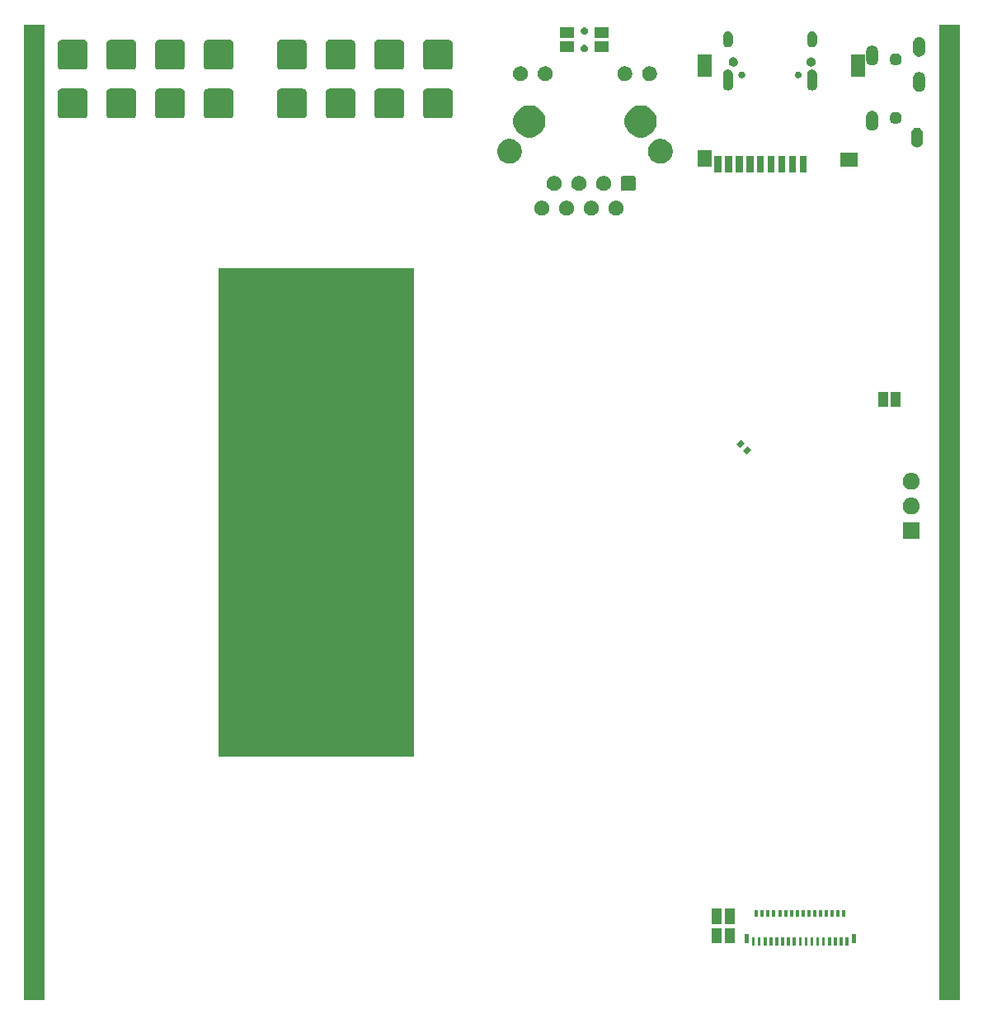
<source format=gbs>
G04 #@! TF.GenerationSoftware,KiCad,Pcbnew,5.1.5+dfsg1-2build2*
G04 #@! TF.CreationDate,2021-03-03T11:45:42+01:00*
G04 #@! TF.ProjectId,OtterCastAmp,4f747465-7243-4617-9374-416d702e6b69,rev?*
G04 #@! TF.SameCoordinates,Original*
G04 #@! TF.FileFunction,Soldermask,Bot*
G04 #@! TF.FilePolarity,Negative*
%FSLAX46Y46*%
G04 Gerber Fmt 4.6, Leading zero omitted, Abs format (unit mm)*
G04 Created by KiCad (PCBNEW 5.1.5+dfsg1-2build2) date 2021-03-03 11:45:42*
%MOMM*%
%LPD*%
G04 APERTURE LIST*
%ADD10C,0.100000*%
G04 APERTURE END LIST*
D10*
G36*
X102000000Y-150000000D02*
G01*
X100000000Y-150000000D01*
X100000000Y-50000000D01*
X102000000Y-50000000D01*
X102000000Y-150000000D01*
G37*
X102000000Y-150000000D02*
X100000000Y-150000000D01*
X100000000Y-50000000D01*
X102000000Y-50000000D01*
X102000000Y-150000000D01*
G36*
X196000000Y-150000000D02*
G01*
X194000000Y-150000000D01*
X194000000Y-50000000D01*
X196000000Y-50000000D01*
X196000000Y-150000000D01*
G37*
X196000000Y-150000000D02*
X194000000Y-150000000D01*
X194000000Y-50000000D01*
X196000000Y-50000000D01*
X196000000Y-150000000D01*
G36*
X140000000Y-125000000D02*
G01*
X120000000Y-125000000D01*
X120000000Y-75000000D01*
X140000000Y-75000000D01*
X140000000Y-125000000D01*
G37*
X140000000Y-125000000D02*
X120000000Y-125000000D01*
X120000000Y-75000000D01*
X140000000Y-75000000D01*
X140000000Y-125000000D01*
G36*
X175050000Y-144520000D02*
G01*
X174750000Y-144520000D01*
X174750000Y-143680000D01*
X175050000Y-143680000D01*
X175050000Y-144520000D01*
G37*
G36*
X180450000Y-144520000D02*
G01*
X180150000Y-144520000D01*
X180150000Y-143680000D01*
X180450000Y-143680000D01*
X180450000Y-144520000D01*
G37*
G36*
X184650000Y-144520000D02*
G01*
X184350000Y-144520000D01*
X184350000Y-143680000D01*
X184650000Y-143680000D01*
X184650000Y-144520000D01*
G37*
G36*
X183450000Y-144520000D02*
G01*
X183150000Y-144520000D01*
X183150000Y-143680000D01*
X183450000Y-143680000D01*
X183450000Y-144520000D01*
G37*
G36*
X182850000Y-144520000D02*
G01*
X182550000Y-144520000D01*
X182550000Y-143680000D01*
X182850000Y-143680000D01*
X182850000Y-144520000D01*
G37*
G36*
X182250000Y-144520000D02*
G01*
X181950000Y-144520000D01*
X181950000Y-143680000D01*
X182250000Y-143680000D01*
X182250000Y-144520000D01*
G37*
G36*
X181650000Y-144520000D02*
G01*
X181350000Y-144520000D01*
X181350000Y-143680000D01*
X181650000Y-143680000D01*
X181650000Y-144520000D01*
G37*
G36*
X181050000Y-144520000D02*
G01*
X180750000Y-144520000D01*
X180750000Y-143680000D01*
X181050000Y-143680000D01*
X181050000Y-144520000D01*
G37*
G36*
X184050000Y-144520000D02*
G01*
X183750000Y-144520000D01*
X183750000Y-143680000D01*
X184050000Y-143680000D01*
X184050000Y-144520000D01*
G37*
G36*
X179250000Y-144520000D02*
G01*
X178950000Y-144520000D01*
X178950000Y-143680000D01*
X179250000Y-143680000D01*
X179250000Y-144520000D01*
G37*
G36*
X178650000Y-144520000D02*
G01*
X178350000Y-144520000D01*
X178350000Y-143680000D01*
X178650000Y-143680000D01*
X178650000Y-144520000D01*
G37*
G36*
X178050000Y-144520000D02*
G01*
X177750000Y-144520000D01*
X177750000Y-143680000D01*
X178050000Y-143680000D01*
X178050000Y-144520000D01*
G37*
G36*
X177450000Y-144520000D02*
G01*
X177150000Y-144520000D01*
X177150000Y-143680000D01*
X177450000Y-143680000D01*
X177450000Y-144520000D01*
G37*
G36*
X176850000Y-144520000D02*
G01*
X176550000Y-144520000D01*
X176550000Y-143680000D01*
X176850000Y-143680000D01*
X176850000Y-144520000D01*
G37*
G36*
X176250000Y-144520000D02*
G01*
X175950000Y-144520000D01*
X175950000Y-143680000D01*
X176250000Y-143680000D01*
X176250000Y-144520000D01*
G37*
G36*
X175650000Y-144520000D02*
G01*
X175350000Y-144520000D01*
X175350000Y-143680000D01*
X175650000Y-143680000D01*
X175650000Y-144520000D01*
G37*
G36*
X179850000Y-144520000D02*
G01*
X179550000Y-144520000D01*
X179550000Y-143680000D01*
X179850000Y-143680000D01*
X179850000Y-144520000D01*
G37*
G36*
X172970000Y-144270000D02*
G01*
X171930000Y-144270000D01*
X171930000Y-142730000D01*
X172970000Y-142730000D01*
X172970000Y-144270000D01*
G37*
G36*
X171670000Y-144270000D02*
G01*
X170630000Y-144270000D01*
X170630000Y-142730000D01*
X171670000Y-142730000D01*
X171670000Y-144270000D01*
G37*
G36*
X174420000Y-144220000D02*
G01*
X173980000Y-144220000D01*
X173980000Y-143330000D01*
X174420000Y-143330000D01*
X174420000Y-144220000D01*
G37*
G36*
X185420000Y-144220000D02*
G01*
X184980000Y-144220000D01*
X184980000Y-143330000D01*
X185420000Y-143330000D01*
X185420000Y-144220000D01*
G37*
G36*
X172970000Y-142270000D02*
G01*
X171930000Y-142270000D01*
X171930000Y-140730000D01*
X172970000Y-140730000D01*
X172970000Y-142270000D01*
G37*
G36*
X171670000Y-142270000D02*
G01*
X170630000Y-142270000D01*
X170630000Y-140730000D01*
X171670000Y-140730000D01*
X171670000Y-142270000D01*
G37*
G36*
X183170000Y-141570000D02*
G01*
X182830000Y-141570000D01*
X182830000Y-140880000D01*
X183170000Y-140880000D01*
X183170000Y-141570000D01*
G37*
G36*
X178970000Y-141570000D02*
G01*
X178630000Y-141570000D01*
X178630000Y-140880000D01*
X178970000Y-140880000D01*
X178970000Y-141570000D01*
G37*
G36*
X177770000Y-141570000D02*
G01*
X177430000Y-141570000D01*
X177430000Y-140880000D01*
X177770000Y-140880000D01*
X177770000Y-141570000D01*
G37*
G36*
X177170000Y-141570000D02*
G01*
X176830000Y-141570000D01*
X176830000Y-140880000D01*
X177170000Y-140880000D01*
X177170000Y-141570000D01*
G37*
G36*
X175970000Y-141570000D02*
G01*
X175630000Y-141570000D01*
X175630000Y-140880000D01*
X175970000Y-140880000D01*
X175970000Y-141570000D01*
G37*
G36*
X176570000Y-141570000D02*
G01*
X176230000Y-141570000D01*
X176230000Y-140880000D01*
X176570000Y-140880000D01*
X176570000Y-141570000D01*
G37*
G36*
X175370000Y-141570000D02*
G01*
X175030000Y-141570000D01*
X175030000Y-140880000D01*
X175370000Y-140880000D01*
X175370000Y-141570000D01*
G37*
G36*
X178370000Y-141570000D02*
G01*
X178030000Y-141570000D01*
X178030000Y-140880000D01*
X178370000Y-140880000D01*
X178370000Y-141570000D01*
G37*
G36*
X183770000Y-141570000D02*
G01*
X183430000Y-141570000D01*
X183430000Y-140880000D01*
X183770000Y-140880000D01*
X183770000Y-141570000D01*
G37*
G36*
X184370000Y-141570000D02*
G01*
X184030000Y-141570000D01*
X184030000Y-140880000D01*
X184370000Y-140880000D01*
X184370000Y-141570000D01*
G37*
G36*
X179570000Y-141570000D02*
G01*
X179230000Y-141570000D01*
X179230000Y-140880000D01*
X179570000Y-140880000D01*
X179570000Y-141570000D01*
G37*
G36*
X180170000Y-141570000D02*
G01*
X179830000Y-141570000D01*
X179830000Y-140880000D01*
X180170000Y-140880000D01*
X180170000Y-141570000D01*
G37*
G36*
X180770000Y-141570000D02*
G01*
X180430000Y-141570000D01*
X180430000Y-140880000D01*
X180770000Y-140880000D01*
X180770000Y-141570000D01*
G37*
G36*
X181970000Y-141570000D02*
G01*
X181630000Y-141570000D01*
X181630000Y-140880000D01*
X181970000Y-140880000D01*
X181970000Y-141570000D01*
G37*
G36*
X182570000Y-141570000D02*
G01*
X182230000Y-141570000D01*
X182230000Y-140880000D01*
X182570000Y-140880000D01*
X182570000Y-141570000D01*
G37*
G36*
X181370000Y-141570000D02*
G01*
X181030000Y-141570000D01*
X181030000Y-140880000D01*
X181370000Y-140880000D01*
X181370000Y-141570000D01*
G37*
G36*
X130939239Y-116903743D02*
G01*
X131525242Y-117146473D01*
X132052630Y-117498863D01*
X132501137Y-117947370D01*
X132853527Y-118474758D01*
X133096257Y-119060761D01*
X133220000Y-119682858D01*
X133220000Y-120317142D01*
X133096257Y-120939239D01*
X132853527Y-121525242D01*
X132501137Y-122052630D01*
X132052630Y-122501137D01*
X131525242Y-122853527D01*
X130939239Y-123096257D01*
X130317142Y-123220000D01*
X129682858Y-123220000D01*
X129060761Y-123096257D01*
X128474758Y-122853527D01*
X127947370Y-122501137D01*
X127498863Y-122052630D01*
X127146473Y-121525242D01*
X126903743Y-120939239D01*
X126780000Y-120317142D01*
X126780000Y-119682858D01*
X126903743Y-119060761D01*
X127146473Y-118474758D01*
X127498863Y-117947370D01*
X127947370Y-117498863D01*
X128474758Y-117146473D01*
X129060761Y-116903743D01*
X129682858Y-116780000D01*
X130317142Y-116780000D01*
X130939239Y-116903743D01*
G37*
G36*
X191970000Y-102800000D02*
G01*
X190230000Y-102800000D01*
X190230000Y-101060000D01*
X191970000Y-101060000D01*
X191970000Y-102800000D01*
G37*
G36*
X191353770Y-98553433D02*
G01*
X191432935Y-98586224D01*
X191512099Y-98619015D01*
X191654594Y-98714228D01*
X191775772Y-98835406D01*
X191870985Y-98977901D01*
X191903775Y-99057065D01*
X191936567Y-99136230D01*
X191970000Y-99304312D01*
X191970000Y-99475688D01*
X191936567Y-99643770D01*
X191903776Y-99722935D01*
X191870985Y-99802099D01*
X191775772Y-99944594D01*
X191654594Y-100065772D01*
X191512099Y-100160985D01*
X191432935Y-100193775D01*
X191353770Y-100226567D01*
X191185688Y-100260000D01*
X191014312Y-100260000D01*
X190846230Y-100226567D01*
X190767065Y-100193775D01*
X190687901Y-100160985D01*
X190545406Y-100065772D01*
X190424228Y-99944594D01*
X190329015Y-99802099D01*
X190296224Y-99722935D01*
X190263433Y-99643770D01*
X190230000Y-99475688D01*
X190230000Y-99304312D01*
X190263433Y-99136230D01*
X190296225Y-99057065D01*
X190329015Y-98977901D01*
X190424228Y-98835406D01*
X190545406Y-98714228D01*
X190687901Y-98619015D01*
X190767065Y-98586225D01*
X190846230Y-98553433D01*
X191014312Y-98520000D01*
X191185688Y-98520000D01*
X191353770Y-98553433D01*
G37*
G36*
X191353770Y-96013433D02*
G01*
X191432935Y-96046224D01*
X191512099Y-96079015D01*
X191654594Y-96174228D01*
X191775772Y-96295406D01*
X191870985Y-96437901D01*
X191903776Y-96517065D01*
X191936567Y-96596230D01*
X191970000Y-96764312D01*
X191970000Y-96935688D01*
X191936567Y-97103770D01*
X191903775Y-97182935D01*
X191870985Y-97262099D01*
X191775772Y-97404594D01*
X191654594Y-97525772D01*
X191512099Y-97620985D01*
X191432935Y-97653776D01*
X191353770Y-97686567D01*
X191185688Y-97720000D01*
X191014312Y-97720000D01*
X190846230Y-97686567D01*
X190767065Y-97653775D01*
X190687901Y-97620985D01*
X190545406Y-97525772D01*
X190424228Y-97404594D01*
X190329015Y-97262099D01*
X190296225Y-97182935D01*
X190263433Y-97103770D01*
X190230000Y-96935688D01*
X190230000Y-96764312D01*
X190263433Y-96596230D01*
X190296224Y-96517065D01*
X190329015Y-96437901D01*
X190424228Y-96295406D01*
X190545406Y-96174228D01*
X190687901Y-96079015D01*
X190767065Y-96046224D01*
X190846230Y-96013433D01*
X191014312Y-95980000D01*
X191185688Y-95980000D01*
X191353770Y-96013433D01*
G37*
G36*
X174649533Y-93646985D02*
G01*
X174196985Y-94099533D01*
X173815147Y-93717695D01*
X174267695Y-93265147D01*
X174649533Y-93646985D01*
G37*
G36*
X173984853Y-92982305D02*
G01*
X173532305Y-93434853D01*
X173150467Y-93053015D01*
X173603015Y-92600467D01*
X173984853Y-92982305D01*
G37*
G36*
X190020000Y-89220000D02*
G01*
X188980000Y-89220000D01*
X188980000Y-87680000D01*
X190020000Y-87680000D01*
X190020000Y-89220000D01*
G37*
G36*
X188720000Y-89220000D02*
G01*
X187680000Y-89220000D01*
X187680000Y-87680000D01*
X188720000Y-87680000D01*
X188720000Y-89220000D01*
G37*
G36*
X130939239Y-76903743D02*
G01*
X131525242Y-77146473D01*
X132052630Y-77498863D01*
X132501137Y-77947370D01*
X132853527Y-78474758D01*
X133096257Y-79060761D01*
X133220000Y-79682858D01*
X133220000Y-80317142D01*
X133096257Y-80939239D01*
X132853527Y-81525242D01*
X132501137Y-82052630D01*
X132052630Y-82501137D01*
X131525242Y-82853527D01*
X130939239Y-83096257D01*
X130317142Y-83220000D01*
X129682858Y-83220000D01*
X129060761Y-83096257D01*
X128474758Y-82853527D01*
X127947370Y-82501137D01*
X127498863Y-82052630D01*
X127146473Y-81525242D01*
X126903743Y-80939239D01*
X126780000Y-80317142D01*
X126780000Y-79682858D01*
X126903743Y-79060761D01*
X127146473Y-78474758D01*
X127498863Y-77947370D01*
X127947370Y-77498863D01*
X128474758Y-77146473D01*
X129060761Y-76903743D01*
X129682858Y-76780000D01*
X130317142Y-76780000D01*
X130939239Y-76903743D01*
G37*
G36*
X158474601Y-68099590D02*
G01*
X158614731Y-68157634D01*
X158740848Y-68241903D01*
X158848097Y-68349152D01*
X158932366Y-68475269D01*
X158990410Y-68615399D01*
X159020000Y-68764162D01*
X159020000Y-68915838D01*
X158990410Y-69064601D01*
X158961387Y-69134667D01*
X158932366Y-69204731D01*
X158848097Y-69330848D01*
X158740848Y-69438097D01*
X158614731Y-69522366D01*
X158474601Y-69580410D01*
X158325838Y-69610000D01*
X158174162Y-69610000D01*
X158025399Y-69580410D01*
X157955333Y-69551387D01*
X157885269Y-69522366D01*
X157759152Y-69438097D01*
X157651903Y-69330848D01*
X157567634Y-69204731D01*
X157538613Y-69134667D01*
X157509590Y-69064601D01*
X157480000Y-68915838D01*
X157480000Y-68764162D01*
X157509590Y-68615399D01*
X157567634Y-68475269D01*
X157651903Y-68349152D01*
X157759152Y-68241903D01*
X157885269Y-68157634D01*
X158025399Y-68099590D01*
X158174162Y-68070000D01*
X158325838Y-68070000D01*
X158474601Y-68099590D01*
G37*
G36*
X153394601Y-68099590D02*
G01*
X153534731Y-68157634D01*
X153660848Y-68241903D01*
X153768097Y-68349152D01*
X153852366Y-68475269D01*
X153910410Y-68615399D01*
X153940000Y-68764162D01*
X153940000Y-68915838D01*
X153910410Y-69064601D01*
X153881387Y-69134667D01*
X153852366Y-69204731D01*
X153768097Y-69330848D01*
X153660848Y-69438097D01*
X153534731Y-69522366D01*
X153394601Y-69580410D01*
X153245838Y-69610000D01*
X153094162Y-69610000D01*
X152945399Y-69580410D01*
X152875333Y-69551387D01*
X152805269Y-69522366D01*
X152679152Y-69438097D01*
X152571903Y-69330848D01*
X152487634Y-69204731D01*
X152458613Y-69134667D01*
X152429590Y-69064601D01*
X152400000Y-68915838D01*
X152400000Y-68764162D01*
X152429590Y-68615399D01*
X152487634Y-68475269D01*
X152571903Y-68349152D01*
X152679152Y-68241903D01*
X152805269Y-68157634D01*
X152945399Y-68099590D01*
X153094162Y-68070000D01*
X153245838Y-68070000D01*
X153394601Y-68099590D01*
G37*
G36*
X155934601Y-68099590D02*
G01*
X156074731Y-68157634D01*
X156200848Y-68241903D01*
X156308097Y-68349152D01*
X156392366Y-68475269D01*
X156450410Y-68615399D01*
X156480000Y-68764162D01*
X156480000Y-68915838D01*
X156450410Y-69064601D01*
X156421387Y-69134667D01*
X156392366Y-69204731D01*
X156308097Y-69330848D01*
X156200848Y-69438097D01*
X156074731Y-69522366D01*
X155934601Y-69580410D01*
X155785838Y-69610000D01*
X155634162Y-69610000D01*
X155485399Y-69580410D01*
X155415333Y-69551387D01*
X155345269Y-69522366D01*
X155219152Y-69438097D01*
X155111903Y-69330848D01*
X155027634Y-69204731D01*
X154998613Y-69134667D01*
X154969590Y-69064601D01*
X154940000Y-68915838D01*
X154940000Y-68764162D01*
X154969590Y-68615399D01*
X155027634Y-68475269D01*
X155111903Y-68349152D01*
X155219152Y-68241903D01*
X155345269Y-68157634D01*
X155485399Y-68099590D01*
X155634162Y-68070000D01*
X155785838Y-68070000D01*
X155934601Y-68099590D01*
G37*
G36*
X161014601Y-68099590D02*
G01*
X161154731Y-68157634D01*
X161280848Y-68241903D01*
X161388097Y-68349152D01*
X161472366Y-68475269D01*
X161530410Y-68615399D01*
X161560000Y-68764162D01*
X161560000Y-68915838D01*
X161530410Y-69064601D01*
X161501387Y-69134667D01*
X161472366Y-69204731D01*
X161388097Y-69330848D01*
X161280848Y-69438097D01*
X161154731Y-69522366D01*
X161014601Y-69580410D01*
X160865838Y-69610000D01*
X160714162Y-69610000D01*
X160565399Y-69580410D01*
X160495333Y-69551387D01*
X160425269Y-69522366D01*
X160299152Y-69438097D01*
X160191903Y-69330848D01*
X160107634Y-69204731D01*
X160078613Y-69134667D01*
X160049590Y-69064601D01*
X160020000Y-68915838D01*
X160020000Y-68764162D01*
X160049590Y-68615399D01*
X160107634Y-68475269D01*
X160191903Y-68349152D01*
X160299152Y-68241903D01*
X160425269Y-68157634D01*
X160565399Y-68099590D01*
X160714162Y-68070000D01*
X160865838Y-68070000D01*
X161014601Y-68099590D01*
G37*
G36*
X162626371Y-65534741D02*
G01*
X162671472Y-65548422D01*
X162713037Y-65570639D01*
X162749465Y-65600535D01*
X162779361Y-65636963D01*
X162801578Y-65678528D01*
X162815259Y-65723629D01*
X162820000Y-65771762D01*
X162820000Y-66828238D01*
X162815259Y-66876371D01*
X162801578Y-66921472D01*
X162779361Y-66963037D01*
X162749465Y-66999465D01*
X162713037Y-67029361D01*
X162671472Y-67051578D01*
X162626371Y-67065259D01*
X162578238Y-67070000D01*
X161521762Y-67070000D01*
X161473629Y-67065259D01*
X161428528Y-67051578D01*
X161386963Y-67029361D01*
X161350535Y-66999465D01*
X161320639Y-66963037D01*
X161298422Y-66921472D01*
X161284741Y-66876371D01*
X161280000Y-66828238D01*
X161280000Y-65771762D01*
X161284741Y-65723629D01*
X161298422Y-65678528D01*
X161320639Y-65636963D01*
X161350535Y-65600535D01*
X161386963Y-65570639D01*
X161428528Y-65548422D01*
X161473629Y-65534741D01*
X161521762Y-65530000D01*
X162578238Y-65530000D01*
X162626371Y-65534741D01*
G37*
G36*
X154654601Y-65559590D02*
G01*
X154794731Y-65617634D01*
X154920848Y-65701903D01*
X155028097Y-65809152D01*
X155112366Y-65935269D01*
X155170410Y-66075399D01*
X155200000Y-66224162D01*
X155200000Y-66375838D01*
X155170410Y-66524601D01*
X155141387Y-66594667D01*
X155112366Y-66664731D01*
X155028097Y-66790848D01*
X154920848Y-66898097D01*
X154794731Y-66982366D01*
X154753450Y-66999465D01*
X154654601Y-67040410D01*
X154505838Y-67070000D01*
X154354162Y-67070000D01*
X154205399Y-67040410D01*
X154106550Y-66999465D01*
X154065269Y-66982366D01*
X153939152Y-66898097D01*
X153831903Y-66790848D01*
X153747634Y-66664731D01*
X153718613Y-66594667D01*
X153689590Y-66524601D01*
X153660000Y-66375838D01*
X153660000Y-66224162D01*
X153689590Y-66075399D01*
X153747634Y-65935269D01*
X153831903Y-65809152D01*
X153939152Y-65701903D01*
X154065269Y-65617634D01*
X154205399Y-65559590D01*
X154354162Y-65530000D01*
X154505838Y-65530000D01*
X154654601Y-65559590D01*
G37*
G36*
X157194601Y-65559590D02*
G01*
X157334731Y-65617634D01*
X157460848Y-65701903D01*
X157568097Y-65809152D01*
X157652366Y-65935269D01*
X157710410Y-66075399D01*
X157740000Y-66224162D01*
X157740000Y-66375838D01*
X157710410Y-66524601D01*
X157681387Y-66594667D01*
X157652366Y-66664731D01*
X157568097Y-66790848D01*
X157460848Y-66898097D01*
X157334731Y-66982366D01*
X157293450Y-66999465D01*
X157194601Y-67040410D01*
X157045838Y-67070000D01*
X156894162Y-67070000D01*
X156745399Y-67040410D01*
X156646550Y-66999465D01*
X156605269Y-66982366D01*
X156479152Y-66898097D01*
X156371903Y-66790848D01*
X156287634Y-66664731D01*
X156258613Y-66594667D01*
X156229590Y-66524601D01*
X156200000Y-66375838D01*
X156200000Y-66224162D01*
X156229590Y-66075399D01*
X156287634Y-65935269D01*
X156371903Y-65809152D01*
X156479152Y-65701903D01*
X156605269Y-65617634D01*
X156745399Y-65559590D01*
X156894162Y-65530000D01*
X157045838Y-65530000D01*
X157194601Y-65559590D01*
G37*
G36*
X159734601Y-65559590D02*
G01*
X159874731Y-65617634D01*
X160000848Y-65701903D01*
X160108097Y-65809152D01*
X160192366Y-65935269D01*
X160250410Y-66075399D01*
X160280000Y-66224162D01*
X160280000Y-66375838D01*
X160250410Y-66524601D01*
X160221387Y-66594667D01*
X160192366Y-66664731D01*
X160108097Y-66790848D01*
X160000848Y-66898097D01*
X159874731Y-66982366D01*
X159833450Y-66999465D01*
X159734601Y-67040410D01*
X159585838Y-67070000D01*
X159434162Y-67070000D01*
X159285399Y-67040410D01*
X159186550Y-66999465D01*
X159145269Y-66982366D01*
X159019152Y-66898097D01*
X158911903Y-66790848D01*
X158827634Y-66664731D01*
X158798613Y-66594667D01*
X158769590Y-66524601D01*
X158740000Y-66375838D01*
X158740000Y-66224162D01*
X158769590Y-66075399D01*
X158827634Y-65935269D01*
X158911903Y-65809152D01*
X159019152Y-65701903D01*
X159145269Y-65617634D01*
X159285399Y-65559590D01*
X159434162Y-65530000D01*
X159585838Y-65530000D01*
X159734601Y-65559590D01*
G37*
G36*
X173790000Y-65150000D02*
G01*
X173050000Y-65150000D01*
X173050000Y-63510000D01*
X173790000Y-63510000D01*
X173790000Y-65150000D01*
G37*
G36*
X174890000Y-65150000D02*
G01*
X174150000Y-65150000D01*
X174150000Y-63510000D01*
X174890000Y-63510000D01*
X174890000Y-65150000D01*
G37*
G36*
X179290000Y-65150000D02*
G01*
X178550000Y-65150000D01*
X178550000Y-63510000D01*
X179290000Y-63510000D01*
X179290000Y-65150000D01*
G37*
G36*
X178190000Y-65150000D02*
G01*
X177450000Y-65150000D01*
X177450000Y-63510000D01*
X178190000Y-63510000D01*
X178190000Y-65150000D01*
G37*
G36*
X171590000Y-65150000D02*
G01*
X170850000Y-65150000D01*
X170850000Y-63510000D01*
X171590000Y-63510000D01*
X171590000Y-65150000D01*
G37*
G36*
X177090000Y-65150000D02*
G01*
X176350000Y-65150000D01*
X176350000Y-63510000D01*
X177090000Y-63510000D01*
X177090000Y-65150000D01*
G37*
G36*
X175990000Y-65150000D02*
G01*
X175250000Y-65150000D01*
X175250000Y-63510000D01*
X175990000Y-63510000D01*
X175990000Y-65150000D01*
G37*
G36*
X180390000Y-65150000D02*
G01*
X179650000Y-65150000D01*
X179650000Y-63510000D01*
X180390000Y-63510000D01*
X180390000Y-65150000D01*
G37*
G36*
X172690000Y-65150000D02*
G01*
X171950000Y-65150000D01*
X171950000Y-63510000D01*
X172690000Y-63510000D01*
X172690000Y-65150000D01*
G37*
G36*
X170640000Y-64550000D02*
G01*
X169200000Y-64550000D01*
X169200000Y-62910000D01*
X170640000Y-62910000D01*
X170640000Y-64550000D01*
G37*
G36*
X185640000Y-64550000D02*
G01*
X183800000Y-64550000D01*
X183800000Y-63110000D01*
X185640000Y-63110000D01*
X185640000Y-64550000D01*
G37*
G36*
X165725445Y-61768805D02*
G01*
X165841008Y-61816673D01*
X165956570Y-61864540D01*
X165956571Y-61864541D01*
X166164578Y-62003527D01*
X166341473Y-62180422D01*
X166363518Y-62213415D01*
X166480460Y-62388430D01*
X166523776Y-62493004D01*
X166576195Y-62619555D01*
X166625000Y-62864916D01*
X166625000Y-63115084D01*
X166576195Y-63360445D01*
X166528327Y-63476008D01*
X166480460Y-63591570D01*
X166341472Y-63799579D01*
X166164579Y-63976472D01*
X165956570Y-64115460D01*
X165841008Y-64163327D01*
X165725445Y-64211195D01*
X165480084Y-64260000D01*
X165229916Y-64260000D01*
X164984555Y-64211195D01*
X164868992Y-64163327D01*
X164753430Y-64115460D01*
X164545421Y-63976472D01*
X164368528Y-63799579D01*
X164229540Y-63591570D01*
X164181673Y-63476008D01*
X164133805Y-63360445D01*
X164085000Y-63115084D01*
X164085000Y-62864916D01*
X164133805Y-62619555D01*
X164186224Y-62493004D01*
X164229540Y-62388430D01*
X164346482Y-62213415D01*
X164368527Y-62180422D01*
X164545422Y-62003527D01*
X164753429Y-61864541D01*
X164753430Y-61864540D01*
X164868992Y-61816673D01*
X164984555Y-61768805D01*
X165229916Y-61720000D01*
X165480084Y-61720000D01*
X165725445Y-61768805D01*
G37*
G36*
X150235445Y-61768805D02*
G01*
X150351008Y-61816673D01*
X150466570Y-61864540D01*
X150466571Y-61864541D01*
X150674578Y-62003527D01*
X150851473Y-62180422D01*
X150873518Y-62213415D01*
X150990460Y-62388430D01*
X151033776Y-62493004D01*
X151086195Y-62619555D01*
X151135000Y-62864916D01*
X151135000Y-63115084D01*
X151086195Y-63360445D01*
X151038327Y-63476008D01*
X150990460Y-63591570D01*
X150851472Y-63799579D01*
X150674579Y-63976472D01*
X150466570Y-64115460D01*
X150351008Y-64163327D01*
X150235445Y-64211195D01*
X149990084Y-64260000D01*
X149739916Y-64260000D01*
X149494555Y-64211195D01*
X149378992Y-64163327D01*
X149263430Y-64115460D01*
X149055421Y-63976472D01*
X148878528Y-63799579D01*
X148739540Y-63591570D01*
X148691673Y-63476008D01*
X148643805Y-63360445D01*
X148595000Y-63115084D01*
X148595000Y-62864916D01*
X148643805Y-62619555D01*
X148696224Y-62493004D01*
X148739540Y-62388430D01*
X148856482Y-62213415D01*
X148878527Y-62180422D01*
X149055422Y-62003527D01*
X149263429Y-61864541D01*
X149263430Y-61864540D01*
X149378992Y-61816673D01*
X149494555Y-61768805D01*
X149739916Y-61720000D01*
X149990084Y-61720000D01*
X150235445Y-61768805D01*
G37*
G36*
X191821541Y-60563972D02*
G01*
X191938415Y-60599425D01*
X192014854Y-60640283D01*
X192046120Y-60656995D01*
X192140527Y-60734473D01*
X192218005Y-60828880D01*
X192234717Y-60860146D01*
X192275575Y-60936585D01*
X192311028Y-61053459D01*
X192320000Y-61144553D01*
X192320000Y-62005447D01*
X192311028Y-62096541D01*
X192275575Y-62213415D01*
X192234717Y-62289854D01*
X192218005Y-62321120D01*
X192140527Y-62415527D01*
X192046119Y-62493005D01*
X192046117Y-62493006D01*
X191938414Y-62550575D01*
X191821540Y-62586028D01*
X191700000Y-62597999D01*
X191578459Y-62586028D01*
X191461585Y-62550575D01*
X191385146Y-62509717D01*
X191353880Y-62493005D01*
X191259473Y-62415527D01*
X191181995Y-62321119D01*
X191178703Y-62314959D01*
X191124425Y-62213414D01*
X191088972Y-62096540D01*
X191080000Y-62005446D01*
X191080000Y-61144553D01*
X191088972Y-61053455D01*
X191124424Y-60936590D01*
X191181996Y-60828880D01*
X191259474Y-60734473D01*
X191353881Y-60656995D01*
X191385147Y-60640283D01*
X191461586Y-60599425D01*
X191578460Y-60563972D01*
X191700000Y-60552001D01*
X191821541Y-60563972D01*
G37*
G36*
X152374829Y-58358217D02*
G01*
X152674199Y-58482220D01*
X152943626Y-58662245D01*
X153172755Y-58891374D01*
X153352780Y-59160801D01*
X153476783Y-59460171D01*
X153540000Y-59777982D01*
X153540000Y-60102018D01*
X153476783Y-60419829D01*
X153352780Y-60719199D01*
X153172755Y-60988626D01*
X152943626Y-61217755D01*
X152674199Y-61397780D01*
X152374829Y-61521783D01*
X152057018Y-61585000D01*
X151732982Y-61585000D01*
X151415171Y-61521783D01*
X151115801Y-61397780D01*
X150846374Y-61217755D01*
X150617245Y-60988626D01*
X150437220Y-60719199D01*
X150313217Y-60419829D01*
X150250000Y-60102018D01*
X150250000Y-59777982D01*
X150313217Y-59460171D01*
X150437220Y-59160801D01*
X150617245Y-58891374D01*
X150846374Y-58662245D01*
X151115801Y-58482220D01*
X151415171Y-58358217D01*
X151732982Y-58295000D01*
X152057018Y-58295000D01*
X152374829Y-58358217D01*
G37*
G36*
X163804829Y-58358217D02*
G01*
X164104199Y-58482220D01*
X164373626Y-58662245D01*
X164602755Y-58891374D01*
X164782780Y-59160801D01*
X164906783Y-59460171D01*
X164970000Y-59777982D01*
X164970000Y-60102018D01*
X164906783Y-60419829D01*
X164782780Y-60719199D01*
X164602755Y-60988626D01*
X164373626Y-61217755D01*
X164104199Y-61397780D01*
X163804829Y-61521783D01*
X163487018Y-61585000D01*
X163162982Y-61585000D01*
X162845171Y-61521783D01*
X162545801Y-61397780D01*
X162276374Y-61217755D01*
X162047245Y-60988626D01*
X161867220Y-60719199D01*
X161743217Y-60419829D01*
X161680000Y-60102018D01*
X161680000Y-59777982D01*
X161743217Y-59460171D01*
X161867220Y-59160801D01*
X162047245Y-58891374D01*
X162276374Y-58662245D01*
X162545801Y-58482220D01*
X162845171Y-58358217D01*
X163162982Y-58295000D01*
X163487018Y-58295000D01*
X163804829Y-58358217D01*
G37*
G36*
X187201541Y-58863972D02*
G01*
X187318415Y-58899425D01*
X187394854Y-58940283D01*
X187426120Y-58956995D01*
X187520527Y-59034473D01*
X187568900Y-59093415D01*
X187598004Y-59128879D01*
X187655575Y-59236585D01*
X187691028Y-59353459D01*
X187700000Y-59444553D01*
X187700000Y-60305447D01*
X187691028Y-60396541D01*
X187655575Y-60513415D01*
X187628551Y-60563972D01*
X187598005Y-60621120D01*
X187520527Y-60715527D01*
X187426119Y-60793005D01*
X187426117Y-60793006D01*
X187318414Y-60850575D01*
X187201540Y-60886028D01*
X187080000Y-60897999D01*
X186958459Y-60886028D01*
X186841585Y-60850575D01*
X186765146Y-60809717D01*
X186733880Y-60793005D01*
X186639473Y-60715527D01*
X186561995Y-60621119D01*
X186550399Y-60599424D01*
X186504425Y-60513414D01*
X186468972Y-60396540D01*
X186460000Y-60305446D01*
X186460000Y-59444553D01*
X186468972Y-59353455D01*
X186504424Y-59236590D01*
X186561997Y-59128879D01*
X186591102Y-59093415D01*
X186639474Y-59034473D01*
X186733881Y-58956995D01*
X186765147Y-58940283D01*
X186841586Y-58899425D01*
X186958460Y-58863972D01*
X187080000Y-58852001D01*
X187201541Y-58863972D01*
G37*
G36*
X189680847Y-58978826D02*
G01*
X189793680Y-59025563D01*
X189895227Y-59093414D01*
X189981586Y-59179773D01*
X190049437Y-59281320D01*
X190096174Y-59394153D01*
X190120000Y-59513935D01*
X190120000Y-59636065D01*
X190096174Y-59755847D01*
X190049437Y-59868680D01*
X189981586Y-59970227D01*
X189895227Y-60056586D01*
X189793680Y-60124437D01*
X189680847Y-60171174D01*
X189561065Y-60195000D01*
X189438935Y-60195000D01*
X189319153Y-60171174D01*
X189206320Y-60124437D01*
X189104773Y-60056586D01*
X189018414Y-59970227D01*
X188950563Y-59868680D01*
X188903826Y-59755847D01*
X188880000Y-59636065D01*
X188880000Y-59513935D01*
X188903826Y-59394153D01*
X188950563Y-59281320D01*
X189018414Y-59179773D01*
X189104773Y-59093414D01*
X189206320Y-59025563D01*
X189319153Y-58978826D01*
X189438935Y-58955000D01*
X189561065Y-58955000D01*
X189680847Y-58978826D01*
G37*
G36*
X111229202Y-56587061D02*
G01*
X111296950Y-56607611D01*
X111359381Y-56640982D01*
X111414106Y-56685894D01*
X111459018Y-56740619D01*
X111492389Y-56803050D01*
X111512939Y-56870798D01*
X111520000Y-56942482D01*
X111520000Y-59257518D01*
X111512939Y-59329202D01*
X111492389Y-59396950D01*
X111459018Y-59459381D01*
X111414106Y-59514106D01*
X111359381Y-59559018D01*
X111296950Y-59592389D01*
X111229202Y-59612939D01*
X111157518Y-59620000D01*
X108842482Y-59620000D01*
X108770798Y-59612939D01*
X108703050Y-59592389D01*
X108640619Y-59559018D01*
X108585894Y-59514106D01*
X108540982Y-59459381D01*
X108507611Y-59396950D01*
X108487061Y-59329202D01*
X108480000Y-59257518D01*
X108480000Y-56942482D01*
X108487061Y-56870798D01*
X108507611Y-56803050D01*
X108540982Y-56740619D01*
X108585894Y-56685894D01*
X108640619Y-56640982D01*
X108703050Y-56607611D01*
X108770798Y-56587061D01*
X108842482Y-56580000D01*
X111157518Y-56580000D01*
X111229202Y-56587061D01*
G37*
G36*
X143729202Y-56587061D02*
G01*
X143796950Y-56607611D01*
X143859381Y-56640982D01*
X143914106Y-56685894D01*
X143959018Y-56740619D01*
X143992389Y-56803050D01*
X144012939Y-56870798D01*
X144020000Y-56942482D01*
X144020000Y-59257518D01*
X144012939Y-59329202D01*
X143992389Y-59396950D01*
X143959018Y-59459381D01*
X143914106Y-59514106D01*
X143859381Y-59559018D01*
X143796950Y-59592389D01*
X143729202Y-59612939D01*
X143657518Y-59620000D01*
X141342482Y-59620000D01*
X141270798Y-59612939D01*
X141203050Y-59592389D01*
X141140619Y-59559018D01*
X141085894Y-59514106D01*
X141040982Y-59459381D01*
X141007611Y-59396950D01*
X140987061Y-59329202D01*
X140980000Y-59257518D01*
X140980000Y-56942482D01*
X140987061Y-56870798D01*
X141007611Y-56803050D01*
X141040982Y-56740619D01*
X141085894Y-56685894D01*
X141140619Y-56640982D01*
X141203050Y-56607611D01*
X141270798Y-56587061D01*
X141342482Y-56580000D01*
X143657518Y-56580000D01*
X143729202Y-56587061D01*
G37*
G36*
X138729202Y-56587061D02*
G01*
X138796950Y-56607611D01*
X138859381Y-56640982D01*
X138914106Y-56685894D01*
X138959018Y-56740619D01*
X138992389Y-56803050D01*
X139012939Y-56870798D01*
X139020000Y-56942482D01*
X139020000Y-59257518D01*
X139012939Y-59329202D01*
X138992389Y-59396950D01*
X138959018Y-59459381D01*
X138914106Y-59514106D01*
X138859381Y-59559018D01*
X138796950Y-59592389D01*
X138729202Y-59612939D01*
X138657518Y-59620000D01*
X136342482Y-59620000D01*
X136270798Y-59612939D01*
X136203050Y-59592389D01*
X136140619Y-59559018D01*
X136085894Y-59514106D01*
X136040982Y-59459381D01*
X136007611Y-59396950D01*
X135987061Y-59329202D01*
X135980000Y-59257518D01*
X135980000Y-56942482D01*
X135987061Y-56870798D01*
X136007611Y-56803050D01*
X136040982Y-56740619D01*
X136085894Y-56685894D01*
X136140619Y-56640982D01*
X136203050Y-56607611D01*
X136270798Y-56587061D01*
X136342482Y-56580000D01*
X138657518Y-56580000D01*
X138729202Y-56587061D01*
G37*
G36*
X133729202Y-56587061D02*
G01*
X133796950Y-56607611D01*
X133859381Y-56640982D01*
X133914106Y-56685894D01*
X133959018Y-56740619D01*
X133992389Y-56803050D01*
X134012939Y-56870798D01*
X134020000Y-56942482D01*
X134020000Y-59257518D01*
X134012939Y-59329202D01*
X133992389Y-59396950D01*
X133959018Y-59459381D01*
X133914106Y-59514106D01*
X133859381Y-59559018D01*
X133796950Y-59592389D01*
X133729202Y-59612939D01*
X133657518Y-59620000D01*
X131342482Y-59620000D01*
X131270798Y-59612939D01*
X131203050Y-59592389D01*
X131140619Y-59559018D01*
X131085894Y-59514106D01*
X131040982Y-59459381D01*
X131007611Y-59396950D01*
X130987061Y-59329202D01*
X130980000Y-59257518D01*
X130980000Y-56942482D01*
X130987061Y-56870798D01*
X131007611Y-56803050D01*
X131040982Y-56740619D01*
X131085894Y-56685894D01*
X131140619Y-56640982D01*
X131203050Y-56607611D01*
X131270798Y-56587061D01*
X131342482Y-56580000D01*
X133657518Y-56580000D01*
X133729202Y-56587061D01*
G37*
G36*
X128729202Y-56587061D02*
G01*
X128796950Y-56607611D01*
X128859381Y-56640982D01*
X128914106Y-56685894D01*
X128959018Y-56740619D01*
X128992389Y-56803050D01*
X129012939Y-56870798D01*
X129020000Y-56942482D01*
X129020000Y-59257518D01*
X129012939Y-59329202D01*
X128992389Y-59396950D01*
X128959018Y-59459381D01*
X128914106Y-59514106D01*
X128859381Y-59559018D01*
X128796950Y-59592389D01*
X128729202Y-59612939D01*
X128657518Y-59620000D01*
X126342482Y-59620000D01*
X126270798Y-59612939D01*
X126203050Y-59592389D01*
X126140619Y-59559018D01*
X126085894Y-59514106D01*
X126040982Y-59459381D01*
X126007611Y-59396950D01*
X125987061Y-59329202D01*
X125980000Y-59257518D01*
X125980000Y-56942482D01*
X125987061Y-56870798D01*
X126007611Y-56803050D01*
X126040982Y-56740619D01*
X126085894Y-56685894D01*
X126140619Y-56640982D01*
X126203050Y-56607611D01*
X126270798Y-56587061D01*
X126342482Y-56580000D01*
X128657518Y-56580000D01*
X128729202Y-56587061D01*
G37*
G36*
X121229202Y-56587061D02*
G01*
X121296950Y-56607611D01*
X121359381Y-56640982D01*
X121414106Y-56685894D01*
X121459018Y-56740619D01*
X121492389Y-56803050D01*
X121512939Y-56870798D01*
X121520000Y-56942482D01*
X121520000Y-59257518D01*
X121512939Y-59329202D01*
X121492389Y-59396950D01*
X121459018Y-59459381D01*
X121414106Y-59514106D01*
X121359381Y-59559018D01*
X121296950Y-59592389D01*
X121229202Y-59612939D01*
X121157518Y-59620000D01*
X118842482Y-59620000D01*
X118770798Y-59612939D01*
X118703050Y-59592389D01*
X118640619Y-59559018D01*
X118585894Y-59514106D01*
X118540982Y-59459381D01*
X118507611Y-59396950D01*
X118487061Y-59329202D01*
X118480000Y-59257518D01*
X118480000Y-56942482D01*
X118487061Y-56870798D01*
X118507611Y-56803050D01*
X118540982Y-56740619D01*
X118585894Y-56685894D01*
X118640619Y-56640982D01*
X118703050Y-56607611D01*
X118770798Y-56587061D01*
X118842482Y-56580000D01*
X121157518Y-56580000D01*
X121229202Y-56587061D01*
G37*
G36*
X116229202Y-56587061D02*
G01*
X116296950Y-56607611D01*
X116359381Y-56640982D01*
X116414106Y-56685894D01*
X116459018Y-56740619D01*
X116492389Y-56803050D01*
X116512939Y-56870798D01*
X116520000Y-56942482D01*
X116520000Y-59257518D01*
X116512939Y-59329202D01*
X116492389Y-59396950D01*
X116459018Y-59459381D01*
X116414106Y-59514106D01*
X116359381Y-59559018D01*
X116296950Y-59592389D01*
X116229202Y-59612939D01*
X116157518Y-59620000D01*
X113842482Y-59620000D01*
X113770798Y-59612939D01*
X113703050Y-59592389D01*
X113640619Y-59559018D01*
X113585894Y-59514106D01*
X113540982Y-59459381D01*
X113507611Y-59396950D01*
X113487061Y-59329202D01*
X113480000Y-59257518D01*
X113480000Y-56942482D01*
X113487061Y-56870798D01*
X113507611Y-56803050D01*
X113540982Y-56740619D01*
X113585894Y-56685894D01*
X113640619Y-56640982D01*
X113703050Y-56607611D01*
X113770798Y-56587061D01*
X113842482Y-56580000D01*
X116157518Y-56580000D01*
X116229202Y-56587061D01*
G37*
G36*
X106229202Y-56587061D02*
G01*
X106296950Y-56607611D01*
X106359381Y-56640982D01*
X106414106Y-56685894D01*
X106459018Y-56740619D01*
X106492389Y-56803050D01*
X106512939Y-56870798D01*
X106520000Y-56942482D01*
X106520000Y-59257518D01*
X106512939Y-59329202D01*
X106492389Y-59396950D01*
X106459018Y-59459381D01*
X106414106Y-59514106D01*
X106359381Y-59559018D01*
X106296950Y-59592389D01*
X106229202Y-59612939D01*
X106157518Y-59620000D01*
X103842482Y-59620000D01*
X103770798Y-59612939D01*
X103703050Y-59592389D01*
X103640619Y-59559018D01*
X103585894Y-59514106D01*
X103540982Y-59459381D01*
X103507611Y-59396950D01*
X103487061Y-59329202D01*
X103480000Y-59257518D01*
X103480000Y-56942482D01*
X103487061Y-56870798D01*
X103507611Y-56803050D01*
X103540982Y-56740619D01*
X103585894Y-56685894D01*
X103640619Y-56640982D01*
X103703050Y-56607611D01*
X103770798Y-56587061D01*
X103842482Y-56580000D01*
X106157518Y-56580000D01*
X106229202Y-56587061D01*
G37*
G36*
X192041541Y-54863972D02*
G01*
X192158415Y-54899425D01*
X192225110Y-54935075D01*
X192266120Y-54956995D01*
X192360527Y-55034473D01*
X192422067Y-55109459D01*
X192438004Y-55128879D01*
X192495575Y-55236585D01*
X192520399Y-55318419D01*
X192531028Y-55353459D01*
X192540000Y-55444551D01*
X192540000Y-56305449D01*
X192531028Y-56396540D01*
X192531028Y-56396541D01*
X192495575Y-56513415D01*
X192459984Y-56580000D01*
X192438005Y-56621120D01*
X192360527Y-56715527D01*
X192266119Y-56793005D01*
X192266117Y-56793006D01*
X192158414Y-56850575D01*
X192091747Y-56870798D01*
X192041540Y-56886028D01*
X191920000Y-56897999D01*
X191798459Y-56886028D01*
X191681585Y-56850575D01*
X191592673Y-56803050D01*
X191573880Y-56793005D01*
X191479473Y-56715527D01*
X191401995Y-56621119D01*
X191393099Y-56604475D01*
X191344425Y-56513414D01*
X191308972Y-56396540D01*
X191303102Y-56336938D01*
X191300000Y-56305448D01*
X191300000Y-55444551D01*
X191303922Y-55404731D01*
X191308972Y-55353455D01*
X191344424Y-55236590D01*
X191401997Y-55128879D01*
X191417935Y-55109459D01*
X191479474Y-55034473D01*
X191573881Y-54956995D01*
X191614891Y-54935075D01*
X191681586Y-54899425D01*
X191798460Y-54863972D01*
X191920000Y-54852001D01*
X192041541Y-54863972D01*
G37*
G36*
X181021938Y-54622524D02*
G01*
X181119958Y-54652258D01*
X181119961Y-54652260D01*
X181119962Y-54652260D01*
X181210295Y-54700544D01*
X181289475Y-54765525D01*
X181354456Y-54844705D01*
X181364754Y-54863972D01*
X181402742Y-54935042D01*
X181432476Y-55033062D01*
X181440000Y-55109455D01*
X181440000Y-56260545D01*
X181432476Y-56336938D01*
X181402742Y-56434958D01*
X181402740Y-56434961D01*
X181402740Y-56434962D01*
X181354456Y-56525295D01*
X181289475Y-56604475D01*
X181210295Y-56669456D01*
X181119961Y-56717740D01*
X181119957Y-56717742D01*
X181021937Y-56747476D01*
X180920000Y-56757516D01*
X180818062Y-56747476D01*
X180720042Y-56717742D01*
X180715892Y-56715524D01*
X180629705Y-56669456D01*
X180550525Y-56604475D01*
X180485544Y-56525295D01*
X180437260Y-56434961D01*
X180437259Y-56434958D01*
X180437258Y-56434957D01*
X180407524Y-56336937D01*
X180400000Y-56260544D01*
X180400001Y-55109455D01*
X180407525Y-55033062D01*
X180437259Y-54935042D01*
X180475247Y-54863972D01*
X180485545Y-54844705D01*
X180550526Y-54765525D01*
X180629706Y-54700544D01*
X180720039Y-54652260D01*
X180720040Y-54652260D01*
X180720043Y-54652258D01*
X180818063Y-54622524D01*
X180920000Y-54612484D01*
X181021938Y-54622524D01*
G37*
G36*
X172381938Y-54622524D02*
G01*
X172479958Y-54652258D01*
X172479961Y-54652260D01*
X172479962Y-54652260D01*
X172570295Y-54700544D01*
X172649475Y-54765525D01*
X172714456Y-54844705D01*
X172724754Y-54863972D01*
X172762742Y-54935042D01*
X172792476Y-55033062D01*
X172800000Y-55109455D01*
X172800000Y-56260545D01*
X172792476Y-56336938D01*
X172762742Y-56434958D01*
X172762740Y-56434961D01*
X172762740Y-56434962D01*
X172714456Y-56525295D01*
X172649475Y-56604475D01*
X172570295Y-56669456D01*
X172479961Y-56717740D01*
X172479957Y-56717742D01*
X172381937Y-56747476D01*
X172280000Y-56757516D01*
X172178062Y-56747476D01*
X172080042Y-56717742D01*
X172075892Y-56715524D01*
X171989705Y-56669456D01*
X171910525Y-56604475D01*
X171845544Y-56525295D01*
X171797260Y-56434961D01*
X171797259Y-56434958D01*
X171797258Y-56434957D01*
X171767524Y-56336937D01*
X171760000Y-56260544D01*
X171760001Y-55109455D01*
X171767525Y-55033062D01*
X171797259Y-54935042D01*
X171835247Y-54863972D01*
X171845545Y-54844705D01*
X171910526Y-54765525D01*
X171989706Y-54700544D01*
X172080039Y-54652260D01*
X172080040Y-54652260D01*
X172080043Y-54652258D01*
X172178063Y-54622524D01*
X172280000Y-54612484D01*
X172381938Y-54622524D01*
G37*
G36*
X161919601Y-54299590D02*
G01*
X162059731Y-54357634D01*
X162118571Y-54396950D01*
X162185847Y-54441902D01*
X162293098Y-54549153D01*
X162321987Y-54592389D01*
X162377366Y-54675269D01*
X162387835Y-54700544D01*
X162435410Y-54815399D01*
X162465000Y-54964162D01*
X162465000Y-55115838D01*
X162435410Y-55264601D01*
X162377366Y-55404731D01*
X162335231Y-55467790D01*
X162322569Y-55486741D01*
X162293097Y-55530848D01*
X162185848Y-55638097D01*
X162059731Y-55722366D01*
X161919601Y-55780410D01*
X161770838Y-55810000D01*
X161619162Y-55810000D01*
X161470399Y-55780410D01*
X161400333Y-55751387D01*
X161330269Y-55722366D01*
X161204152Y-55638097D01*
X161096903Y-55530848D01*
X161067432Y-55486741D01*
X161054769Y-55467790D01*
X161012634Y-55404731D01*
X160954590Y-55264601D01*
X160925000Y-55115838D01*
X160925000Y-54964162D01*
X160954590Y-54815399D01*
X161002165Y-54700544D01*
X161012634Y-54675269D01*
X161068013Y-54592389D01*
X161096902Y-54549153D01*
X161204153Y-54441902D01*
X161271429Y-54396950D01*
X161330269Y-54357634D01*
X161470399Y-54299590D01*
X161619162Y-54270000D01*
X161770838Y-54270000D01*
X161919601Y-54299590D01*
G37*
G36*
X151209601Y-54299590D02*
G01*
X151349731Y-54357634D01*
X151408571Y-54396950D01*
X151475847Y-54441902D01*
X151583098Y-54549153D01*
X151611987Y-54592389D01*
X151667366Y-54675269D01*
X151677835Y-54700544D01*
X151725410Y-54815399D01*
X151755000Y-54964162D01*
X151755000Y-55115838D01*
X151725410Y-55264601D01*
X151667366Y-55404731D01*
X151625231Y-55467790D01*
X151612569Y-55486741D01*
X151583097Y-55530848D01*
X151475848Y-55638097D01*
X151349731Y-55722366D01*
X151209601Y-55780410D01*
X151060838Y-55810000D01*
X150909162Y-55810000D01*
X150760399Y-55780410D01*
X150690333Y-55751387D01*
X150620269Y-55722366D01*
X150494152Y-55638097D01*
X150386903Y-55530848D01*
X150357432Y-55486741D01*
X150344769Y-55467790D01*
X150302634Y-55404731D01*
X150244590Y-55264601D01*
X150215000Y-55115838D01*
X150215000Y-54964162D01*
X150244590Y-54815399D01*
X150292165Y-54700544D01*
X150302634Y-54675269D01*
X150358013Y-54592389D01*
X150386902Y-54549153D01*
X150494153Y-54441902D01*
X150561429Y-54396950D01*
X150620269Y-54357634D01*
X150760399Y-54299590D01*
X150909162Y-54270000D01*
X151060838Y-54270000D01*
X151209601Y-54299590D01*
G37*
G36*
X164459601Y-54299590D02*
G01*
X164599731Y-54357634D01*
X164658571Y-54396950D01*
X164725847Y-54441902D01*
X164833098Y-54549153D01*
X164861987Y-54592389D01*
X164917366Y-54675269D01*
X164927835Y-54700544D01*
X164975410Y-54815399D01*
X165005000Y-54964162D01*
X165005000Y-55115838D01*
X164975410Y-55264601D01*
X164917366Y-55404731D01*
X164875231Y-55467790D01*
X164862569Y-55486741D01*
X164833097Y-55530848D01*
X164725848Y-55638097D01*
X164599731Y-55722366D01*
X164459601Y-55780410D01*
X164310838Y-55810000D01*
X164159162Y-55810000D01*
X164010399Y-55780410D01*
X163940333Y-55751387D01*
X163870269Y-55722366D01*
X163744152Y-55638097D01*
X163636903Y-55530848D01*
X163607432Y-55486741D01*
X163594769Y-55467790D01*
X163552634Y-55404731D01*
X163494590Y-55264601D01*
X163465000Y-55115838D01*
X163465000Y-54964162D01*
X163494590Y-54815399D01*
X163542165Y-54700544D01*
X163552634Y-54675269D01*
X163608013Y-54592389D01*
X163636902Y-54549153D01*
X163744153Y-54441902D01*
X163811429Y-54396950D01*
X163870269Y-54357634D01*
X164010399Y-54299590D01*
X164159162Y-54270000D01*
X164310838Y-54270000D01*
X164459601Y-54299590D01*
G37*
G36*
X153749601Y-54299590D02*
G01*
X153889731Y-54357634D01*
X153948571Y-54396950D01*
X154015847Y-54441902D01*
X154123098Y-54549153D01*
X154151987Y-54592389D01*
X154207366Y-54675269D01*
X154217835Y-54700544D01*
X154265410Y-54815399D01*
X154295000Y-54964162D01*
X154295000Y-55115838D01*
X154265410Y-55264601D01*
X154207366Y-55404731D01*
X154165231Y-55467790D01*
X154152569Y-55486741D01*
X154123097Y-55530848D01*
X154015848Y-55638097D01*
X153889731Y-55722366D01*
X153749601Y-55780410D01*
X153600838Y-55810000D01*
X153449162Y-55810000D01*
X153300399Y-55780410D01*
X153230333Y-55751387D01*
X153160269Y-55722366D01*
X153034152Y-55638097D01*
X152926903Y-55530848D01*
X152897432Y-55486741D01*
X152884769Y-55467790D01*
X152842634Y-55404731D01*
X152784590Y-55264601D01*
X152755000Y-55115838D01*
X152755000Y-54964162D01*
X152784590Y-54815399D01*
X152832165Y-54700544D01*
X152842634Y-54675269D01*
X152898013Y-54592389D01*
X152926902Y-54549153D01*
X153034153Y-54441902D01*
X153101429Y-54396950D01*
X153160269Y-54357634D01*
X153300399Y-54299590D01*
X153449162Y-54270000D01*
X153600838Y-54270000D01*
X153749601Y-54299590D01*
G37*
G36*
X173810633Y-54823258D02*
G01*
X173842026Y-54836262D01*
X173873418Y-54849264D01*
X173929925Y-54887022D01*
X173977978Y-54935075D01*
X174015736Y-54991582D01*
X174028739Y-55022974D01*
X174041742Y-55054367D01*
X174055000Y-55121020D01*
X174055000Y-55188980D01*
X174041742Y-55255633D01*
X174028738Y-55287026D01*
X174015736Y-55318418D01*
X173977978Y-55374925D01*
X173929925Y-55422978D01*
X173873418Y-55460736D01*
X173842026Y-55473739D01*
X173810633Y-55486742D01*
X173743980Y-55500000D01*
X173676020Y-55500000D01*
X173609367Y-55486742D01*
X173577974Y-55473738D01*
X173546582Y-55460736D01*
X173490075Y-55422978D01*
X173442022Y-55374925D01*
X173404264Y-55318418D01*
X173391262Y-55287026D01*
X173378258Y-55255633D01*
X173365000Y-55188980D01*
X173365000Y-55121020D01*
X173378258Y-55054367D01*
X173391261Y-55022974D01*
X173404264Y-54991582D01*
X173442022Y-54935075D01*
X173490075Y-54887022D01*
X173546582Y-54849264D01*
X173577974Y-54836261D01*
X173609367Y-54823258D01*
X173676020Y-54810000D01*
X173743980Y-54810000D01*
X173810633Y-54823258D01*
G37*
G36*
X179590633Y-54823258D02*
G01*
X179622026Y-54836262D01*
X179653418Y-54849264D01*
X179709925Y-54887022D01*
X179757978Y-54935075D01*
X179795736Y-54991582D01*
X179808739Y-55022974D01*
X179821742Y-55054367D01*
X179835000Y-55121020D01*
X179835000Y-55188980D01*
X179821742Y-55255633D01*
X179808738Y-55287026D01*
X179795736Y-55318418D01*
X179757978Y-55374925D01*
X179709925Y-55422978D01*
X179653418Y-55460736D01*
X179622026Y-55473739D01*
X179590633Y-55486742D01*
X179523980Y-55500000D01*
X179456020Y-55500000D01*
X179389367Y-55486742D01*
X179357974Y-55473738D01*
X179326582Y-55460736D01*
X179270075Y-55422978D01*
X179222022Y-55374925D01*
X179184264Y-55318418D01*
X179171262Y-55287026D01*
X179158258Y-55255633D01*
X179145000Y-55188980D01*
X179145000Y-55121020D01*
X179158258Y-55054367D01*
X179171261Y-55022974D01*
X179184264Y-54991582D01*
X179222022Y-54935075D01*
X179270075Y-54887022D01*
X179326582Y-54849264D01*
X179357974Y-54836261D01*
X179389367Y-54823258D01*
X179456020Y-54810000D01*
X179523980Y-54810000D01*
X179590633Y-54823258D01*
G37*
G36*
X186340000Y-55350000D02*
G01*
X184900000Y-55350000D01*
X184900000Y-53110000D01*
X186340000Y-53110000D01*
X186340000Y-55350000D01*
G37*
G36*
X170640000Y-55350000D02*
G01*
X169200000Y-55350000D01*
X169200000Y-53110000D01*
X170640000Y-53110000D01*
X170640000Y-55350000D01*
G37*
G36*
X106229202Y-51587061D02*
G01*
X106296950Y-51607611D01*
X106359381Y-51640982D01*
X106414106Y-51685894D01*
X106459018Y-51740619D01*
X106492389Y-51803050D01*
X106512939Y-51870798D01*
X106520000Y-51942482D01*
X106520000Y-54257518D01*
X106512939Y-54329202D01*
X106492389Y-54396950D01*
X106459018Y-54459381D01*
X106414106Y-54514106D01*
X106359381Y-54559018D01*
X106296950Y-54592389D01*
X106229202Y-54612939D01*
X106157518Y-54620000D01*
X103842482Y-54620000D01*
X103770798Y-54612939D01*
X103703050Y-54592389D01*
X103640619Y-54559018D01*
X103585894Y-54514106D01*
X103540982Y-54459381D01*
X103507611Y-54396950D01*
X103487061Y-54329202D01*
X103480000Y-54257518D01*
X103480000Y-51942482D01*
X103487061Y-51870798D01*
X103507611Y-51803050D01*
X103540982Y-51740619D01*
X103585894Y-51685894D01*
X103640619Y-51640982D01*
X103703050Y-51607611D01*
X103770798Y-51587061D01*
X103842482Y-51580000D01*
X106157518Y-51580000D01*
X106229202Y-51587061D01*
G37*
G36*
X111229202Y-51587061D02*
G01*
X111296950Y-51607611D01*
X111359381Y-51640982D01*
X111414106Y-51685894D01*
X111459018Y-51740619D01*
X111492389Y-51803050D01*
X111512939Y-51870798D01*
X111520000Y-51942482D01*
X111520000Y-54257518D01*
X111512939Y-54329202D01*
X111492389Y-54396950D01*
X111459018Y-54459381D01*
X111414106Y-54514106D01*
X111359381Y-54559018D01*
X111296950Y-54592389D01*
X111229202Y-54612939D01*
X111157518Y-54620000D01*
X108842482Y-54620000D01*
X108770798Y-54612939D01*
X108703050Y-54592389D01*
X108640619Y-54559018D01*
X108585894Y-54514106D01*
X108540982Y-54459381D01*
X108507611Y-54396950D01*
X108487061Y-54329202D01*
X108480000Y-54257518D01*
X108480000Y-51942482D01*
X108487061Y-51870798D01*
X108507611Y-51803050D01*
X108540982Y-51740619D01*
X108585894Y-51685894D01*
X108640619Y-51640982D01*
X108703050Y-51607611D01*
X108770798Y-51587061D01*
X108842482Y-51580000D01*
X111157518Y-51580000D01*
X111229202Y-51587061D01*
G37*
G36*
X143729202Y-51587061D02*
G01*
X143796950Y-51607611D01*
X143859381Y-51640982D01*
X143914106Y-51685894D01*
X143959018Y-51740619D01*
X143992389Y-51803050D01*
X144012939Y-51870798D01*
X144020000Y-51942482D01*
X144020000Y-54257518D01*
X144012939Y-54329202D01*
X143992389Y-54396950D01*
X143959018Y-54459381D01*
X143914106Y-54514106D01*
X143859381Y-54559018D01*
X143796950Y-54592389D01*
X143729202Y-54612939D01*
X143657518Y-54620000D01*
X141342482Y-54620000D01*
X141270798Y-54612939D01*
X141203050Y-54592389D01*
X141140619Y-54559018D01*
X141085894Y-54514106D01*
X141040982Y-54459381D01*
X141007611Y-54396950D01*
X140987061Y-54329202D01*
X140980000Y-54257518D01*
X140980000Y-51942482D01*
X140987061Y-51870798D01*
X141007611Y-51803050D01*
X141040982Y-51740619D01*
X141085894Y-51685894D01*
X141140619Y-51640982D01*
X141203050Y-51607611D01*
X141270798Y-51587061D01*
X141342482Y-51580000D01*
X143657518Y-51580000D01*
X143729202Y-51587061D01*
G37*
G36*
X133729202Y-51587061D02*
G01*
X133796950Y-51607611D01*
X133859381Y-51640982D01*
X133914106Y-51685894D01*
X133959018Y-51740619D01*
X133992389Y-51803050D01*
X134012939Y-51870798D01*
X134020000Y-51942482D01*
X134020000Y-54257518D01*
X134012939Y-54329202D01*
X133992389Y-54396950D01*
X133959018Y-54459381D01*
X133914106Y-54514106D01*
X133859381Y-54559018D01*
X133796950Y-54592389D01*
X133729202Y-54612939D01*
X133657518Y-54620000D01*
X131342482Y-54620000D01*
X131270798Y-54612939D01*
X131203050Y-54592389D01*
X131140619Y-54559018D01*
X131085894Y-54514106D01*
X131040982Y-54459381D01*
X131007611Y-54396950D01*
X130987061Y-54329202D01*
X130980000Y-54257518D01*
X130980000Y-51942482D01*
X130987061Y-51870798D01*
X131007611Y-51803050D01*
X131040982Y-51740619D01*
X131085894Y-51685894D01*
X131140619Y-51640982D01*
X131203050Y-51607611D01*
X131270798Y-51587061D01*
X131342482Y-51580000D01*
X133657518Y-51580000D01*
X133729202Y-51587061D01*
G37*
G36*
X121229202Y-51587061D02*
G01*
X121296950Y-51607611D01*
X121359381Y-51640982D01*
X121414106Y-51685894D01*
X121459018Y-51740619D01*
X121492389Y-51803050D01*
X121512939Y-51870798D01*
X121520000Y-51942482D01*
X121520000Y-54257518D01*
X121512939Y-54329202D01*
X121492389Y-54396950D01*
X121459018Y-54459381D01*
X121414106Y-54514106D01*
X121359381Y-54559018D01*
X121296950Y-54592389D01*
X121229202Y-54612939D01*
X121157518Y-54620000D01*
X118842482Y-54620000D01*
X118770798Y-54612939D01*
X118703050Y-54592389D01*
X118640619Y-54559018D01*
X118585894Y-54514106D01*
X118540982Y-54459381D01*
X118507611Y-54396950D01*
X118487061Y-54329202D01*
X118480000Y-54257518D01*
X118480000Y-51942482D01*
X118487061Y-51870798D01*
X118507611Y-51803050D01*
X118540982Y-51740619D01*
X118585894Y-51685894D01*
X118640619Y-51640982D01*
X118703050Y-51607611D01*
X118770798Y-51587061D01*
X118842482Y-51580000D01*
X121157518Y-51580000D01*
X121229202Y-51587061D01*
G37*
G36*
X138729202Y-51587061D02*
G01*
X138796950Y-51607611D01*
X138859381Y-51640982D01*
X138914106Y-51685894D01*
X138959018Y-51740619D01*
X138992389Y-51803050D01*
X139012939Y-51870798D01*
X139020000Y-51942482D01*
X139020000Y-54257518D01*
X139012939Y-54329202D01*
X138992389Y-54396950D01*
X138959018Y-54459381D01*
X138914106Y-54514106D01*
X138859381Y-54559018D01*
X138796950Y-54592389D01*
X138729202Y-54612939D01*
X138657518Y-54620000D01*
X136342482Y-54620000D01*
X136270798Y-54612939D01*
X136203050Y-54592389D01*
X136140619Y-54559018D01*
X136085894Y-54514106D01*
X136040982Y-54459381D01*
X136007611Y-54396950D01*
X135987061Y-54329202D01*
X135980000Y-54257518D01*
X135980000Y-51942482D01*
X135987061Y-51870798D01*
X136007611Y-51803050D01*
X136040982Y-51740619D01*
X136085894Y-51685894D01*
X136140619Y-51640982D01*
X136203050Y-51607611D01*
X136270798Y-51587061D01*
X136342482Y-51580000D01*
X138657518Y-51580000D01*
X138729202Y-51587061D01*
G37*
G36*
X116229202Y-51587061D02*
G01*
X116296950Y-51607611D01*
X116359381Y-51640982D01*
X116414106Y-51685894D01*
X116459018Y-51740619D01*
X116492389Y-51803050D01*
X116512939Y-51870798D01*
X116520000Y-51942482D01*
X116520000Y-54257518D01*
X116512939Y-54329202D01*
X116492389Y-54396950D01*
X116459018Y-54459381D01*
X116414106Y-54514106D01*
X116359381Y-54559018D01*
X116296950Y-54592389D01*
X116229202Y-54612939D01*
X116157518Y-54620000D01*
X113842482Y-54620000D01*
X113770798Y-54612939D01*
X113703050Y-54592389D01*
X113640619Y-54559018D01*
X113585894Y-54514106D01*
X113540982Y-54459381D01*
X113507611Y-54396950D01*
X113487061Y-54329202D01*
X113480000Y-54257518D01*
X113480000Y-51942482D01*
X113487061Y-51870798D01*
X113507611Y-51803050D01*
X113540982Y-51740619D01*
X113585894Y-51685894D01*
X113640619Y-51640982D01*
X113703050Y-51607611D01*
X113770798Y-51587061D01*
X113842482Y-51580000D01*
X116157518Y-51580000D01*
X116229202Y-51587061D01*
G37*
G36*
X128729202Y-51587061D02*
G01*
X128796950Y-51607611D01*
X128859381Y-51640982D01*
X128914106Y-51685894D01*
X128959018Y-51740619D01*
X128992389Y-51803050D01*
X129012939Y-51870798D01*
X129020000Y-51942482D01*
X129020000Y-54257518D01*
X129012939Y-54329202D01*
X128992389Y-54396950D01*
X128959018Y-54459381D01*
X128914106Y-54514106D01*
X128859381Y-54559018D01*
X128796950Y-54592389D01*
X128729202Y-54612939D01*
X128657518Y-54620000D01*
X126342482Y-54620000D01*
X126270798Y-54612939D01*
X126203050Y-54592389D01*
X126140619Y-54559018D01*
X126085894Y-54514106D01*
X126040982Y-54459381D01*
X126007611Y-54396950D01*
X125987061Y-54329202D01*
X125980000Y-54257518D01*
X125980000Y-51942482D01*
X125987061Y-51870798D01*
X126007611Y-51803050D01*
X126040982Y-51740619D01*
X126085894Y-51685894D01*
X126140619Y-51640982D01*
X126203050Y-51607611D01*
X126270798Y-51587061D01*
X126342482Y-51580000D01*
X128657518Y-51580000D01*
X128729202Y-51587061D01*
G37*
G36*
X180957094Y-53378062D02*
G01*
X181042628Y-53413492D01*
X181119607Y-53464927D01*
X181185073Y-53530393D01*
X181236508Y-53607372D01*
X181271938Y-53692906D01*
X181290000Y-53783709D01*
X181290000Y-53876291D01*
X181271938Y-53967094D01*
X181236508Y-54052628D01*
X181185073Y-54129607D01*
X181119607Y-54195073D01*
X181042628Y-54246508D01*
X180957094Y-54281938D01*
X180866291Y-54300000D01*
X180773709Y-54300000D01*
X180682906Y-54281938D01*
X180597372Y-54246508D01*
X180520393Y-54195073D01*
X180454927Y-54129607D01*
X180403492Y-54052628D01*
X180368062Y-53967094D01*
X180350000Y-53876291D01*
X180350000Y-53783709D01*
X180368062Y-53692906D01*
X180403492Y-53607372D01*
X180454927Y-53530393D01*
X180520393Y-53464927D01*
X180597372Y-53413492D01*
X180682906Y-53378062D01*
X180773709Y-53360000D01*
X180866291Y-53360000D01*
X180957094Y-53378062D01*
G37*
G36*
X172957094Y-53378062D02*
G01*
X173042628Y-53413492D01*
X173119607Y-53464927D01*
X173185073Y-53530393D01*
X173236508Y-53607372D01*
X173271938Y-53692906D01*
X173290000Y-53783709D01*
X173290000Y-53876291D01*
X173271938Y-53967094D01*
X173236508Y-54052628D01*
X173185073Y-54129607D01*
X173119607Y-54195073D01*
X173042628Y-54246508D01*
X172957094Y-54281938D01*
X172866291Y-54300000D01*
X172773709Y-54300000D01*
X172682906Y-54281938D01*
X172597372Y-54246508D01*
X172520393Y-54195073D01*
X172454927Y-54129607D01*
X172403492Y-54052628D01*
X172368062Y-53967094D01*
X172350000Y-53876291D01*
X172350000Y-53783709D01*
X172368062Y-53692906D01*
X172403492Y-53607372D01*
X172454927Y-53530393D01*
X172520393Y-53464927D01*
X172597372Y-53413492D01*
X172682906Y-53378062D01*
X172773709Y-53360000D01*
X172866291Y-53360000D01*
X172957094Y-53378062D01*
G37*
G36*
X187201541Y-52163972D02*
G01*
X187318415Y-52199425D01*
X187394854Y-52240283D01*
X187426120Y-52256995D01*
X187520527Y-52334473D01*
X187585431Y-52413558D01*
X187598004Y-52428879D01*
X187655575Y-52536585D01*
X187682474Y-52625260D01*
X187691028Y-52653459D01*
X187700000Y-52744551D01*
X187700000Y-53605449D01*
X187691386Y-53692905D01*
X187691028Y-53696541D01*
X187655575Y-53813415D01*
X187614717Y-53889854D01*
X187598005Y-53921120D01*
X187520527Y-54015527D01*
X187426119Y-54093005D01*
X187426117Y-54093006D01*
X187318414Y-54150575D01*
X187201540Y-54186028D01*
X187080000Y-54197999D01*
X186958459Y-54186028D01*
X186841585Y-54150575D01*
X186765146Y-54109717D01*
X186733880Y-54093005D01*
X186639473Y-54015527D01*
X186561995Y-53921119D01*
X186533966Y-53868680D01*
X186504425Y-53813414D01*
X186468972Y-53696540D01*
X186463016Y-53636065D01*
X186460000Y-53605448D01*
X186460000Y-52744551D01*
X186463851Y-52705448D01*
X186468972Y-52653455D01*
X186504424Y-52536590D01*
X186561997Y-52428879D01*
X186574571Y-52413558D01*
X186639474Y-52334473D01*
X186733881Y-52256995D01*
X186765147Y-52240283D01*
X186841586Y-52199425D01*
X186958460Y-52163972D01*
X187080000Y-52152001D01*
X187201541Y-52163972D01*
G37*
G36*
X189680847Y-52978826D02*
G01*
X189793680Y-53025563D01*
X189895227Y-53093414D01*
X189981586Y-53179773D01*
X190049437Y-53281320D01*
X190096174Y-53394153D01*
X190120000Y-53513935D01*
X190120000Y-53636065D01*
X190096174Y-53755847D01*
X190049437Y-53868680D01*
X189981586Y-53970227D01*
X189895227Y-54056586D01*
X189793680Y-54124437D01*
X189680847Y-54171174D01*
X189561065Y-54195000D01*
X189438935Y-54195000D01*
X189319153Y-54171174D01*
X189206320Y-54124437D01*
X189104773Y-54056586D01*
X189018414Y-53970227D01*
X188950563Y-53868680D01*
X188903826Y-53755847D01*
X188880000Y-53636065D01*
X188880000Y-53513935D01*
X188903826Y-53394153D01*
X188950563Y-53281320D01*
X189018414Y-53179773D01*
X189104773Y-53093414D01*
X189206320Y-53025563D01*
X189319153Y-52978826D01*
X189438935Y-52955000D01*
X189561065Y-52955000D01*
X189680847Y-52978826D01*
G37*
G36*
X192041541Y-51263972D02*
G01*
X192158415Y-51299425D01*
X192234854Y-51340283D01*
X192266120Y-51356995D01*
X192266122Y-51356996D01*
X192266121Y-51356996D01*
X192360527Y-51434473D01*
X192438004Y-51528879D01*
X192495575Y-51636585D01*
X192531028Y-51753459D01*
X192540000Y-51844553D01*
X192540000Y-52705447D01*
X192531028Y-52796541D01*
X192495575Y-52913415D01*
X192460611Y-52978827D01*
X192438005Y-53021120D01*
X192360527Y-53115527D01*
X192266119Y-53193005D01*
X192266117Y-53193006D01*
X192158414Y-53250575D01*
X192057060Y-53281320D01*
X192041540Y-53286028D01*
X191920000Y-53297999D01*
X191798459Y-53286028D01*
X191681585Y-53250575D01*
X191605146Y-53209717D01*
X191573880Y-53193005D01*
X191479473Y-53115527D01*
X191401995Y-53021119D01*
X191398703Y-53014959D01*
X191344425Y-52913414D01*
X191308972Y-52796540D01*
X191303852Y-52744553D01*
X191300000Y-52705448D01*
X191300000Y-51844551D01*
X191308972Y-51753459D01*
X191308972Y-51753455D01*
X191344424Y-51636590D01*
X191401997Y-51528879D01*
X191479474Y-51434473D01*
X191573880Y-51356996D01*
X191573879Y-51356996D01*
X191573881Y-51356995D01*
X191605147Y-51340283D01*
X191681586Y-51299425D01*
X191798460Y-51263972D01*
X191920000Y-51252001D01*
X192041541Y-51263972D01*
G37*
G36*
X157657925Y-52094219D02*
G01*
X157725261Y-52122110D01*
X157785861Y-52162602D01*
X157837398Y-52214139D01*
X157877890Y-52274739D01*
X157905781Y-52342075D01*
X157920000Y-52413558D01*
X157920000Y-52486442D01*
X157905781Y-52557925D01*
X157877890Y-52625261D01*
X157837398Y-52685861D01*
X157785861Y-52737398D01*
X157725261Y-52777890D01*
X157657925Y-52805781D01*
X157586442Y-52820000D01*
X157513558Y-52820000D01*
X157442075Y-52805781D01*
X157374739Y-52777890D01*
X157314139Y-52737398D01*
X157262602Y-52685861D01*
X157222110Y-52625261D01*
X157194219Y-52557925D01*
X157180000Y-52486442D01*
X157180000Y-52413558D01*
X157194219Y-52342075D01*
X157222110Y-52274739D01*
X157262602Y-52214139D01*
X157314139Y-52162602D01*
X157374739Y-52122110D01*
X157442075Y-52094219D01*
X157513558Y-52080000D01*
X157586442Y-52080000D01*
X157657925Y-52094219D01*
G37*
G36*
X160070000Y-52815000D02*
G01*
X158630000Y-52815000D01*
X158630000Y-51725000D01*
X160070000Y-51725000D01*
X160070000Y-52815000D01*
G37*
G36*
X156470000Y-52815000D02*
G01*
X155030000Y-52815000D01*
X155030000Y-51725000D01*
X156470000Y-51725000D01*
X156470000Y-52815000D01*
G37*
G36*
X172381938Y-50692524D02*
G01*
X172479958Y-50722258D01*
X172479961Y-50722260D01*
X172479962Y-50722260D01*
X172570295Y-50770544D01*
X172649475Y-50835525D01*
X172714456Y-50914705D01*
X172748229Y-50977890D01*
X172762742Y-51005042D01*
X172792476Y-51103062D01*
X172800000Y-51179455D01*
X172800000Y-51830545D01*
X172792476Y-51906938D01*
X172762742Y-52004958D01*
X172762740Y-52004961D01*
X172762740Y-52004962D01*
X172714456Y-52095295D01*
X172649475Y-52174475D01*
X172570295Y-52239456D01*
X172479961Y-52287740D01*
X172479957Y-52287742D01*
X172381937Y-52317476D01*
X172280000Y-52327516D01*
X172178062Y-52317476D01*
X172080042Y-52287742D01*
X172055715Y-52274739D01*
X171989705Y-52239456D01*
X171910525Y-52174475D01*
X171845544Y-52095295D01*
X171797260Y-52004961D01*
X171797259Y-52004958D01*
X171797258Y-52004957D01*
X171767524Y-51906937D01*
X171760000Y-51830544D01*
X171760000Y-51179459D01*
X171767525Y-51103064D01*
X171767525Y-51103062D01*
X171789523Y-51030544D01*
X171797260Y-51005038D01*
X171845545Y-50914705D01*
X171910526Y-50835525D01*
X171989706Y-50770544D01*
X172080039Y-50722260D01*
X172080040Y-50722260D01*
X172080043Y-50722258D01*
X172178063Y-50692524D01*
X172280000Y-50682484D01*
X172381938Y-50692524D01*
G37*
G36*
X181021938Y-50692524D02*
G01*
X181119958Y-50722258D01*
X181119961Y-50722260D01*
X181119962Y-50722260D01*
X181210295Y-50770544D01*
X181289475Y-50835525D01*
X181354456Y-50914705D01*
X181388229Y-50977890D01*
X181402742Y-51005042D01*
X181432476Y-51103062D01*
X181440000Y-51179455D01*
X181440000Y-51830545D01*
X181432476Y-51906938D01*
X181402742Y-52004958D01*
X181402740Y-52004961D01*
X181402740Y-52004962D01*
X181354456Y-52095295D01*
X181289475Y-52174475D01*
X181210295Y-52239456D01*
X181119961Y-52287740D01*
X181119957Y-52287742D01*
X181021937Y-52317476D01*
X180920000Y-52327516D01*
X180818062Y-52317476D01*
X180720042Y-52287742D01*
X180695715Y-52274739D01*
X180629705Y-52239456D01*
X180550525Y-52174475D01*
X180485544Y-52095295D01*
X180437260Y-52004961D01*
X180437259Y-52004958D01*
X180437258Y-52004957D01*
X180407524Y-51906937D01*
X180400000Y-51830544D01*
X180400000Y-51179459D01*
X180407525Y-51103064D01*
X180407525Y-51103062D01*
X180429523Y-51030544D01*
X180437260Y-51005038D01*
X180485545Y-50914705D01*
X180550526Y-50835525D01*
X180629706Y-50770544D01*
X180720039Y-50722260D01*
X180720040Y-50722260D01*
X180720043Y-50722258D01*
X180818063Y-50692524D01*
X180920000Y-50682484D01*
X181021938Y-50692524D01*
G37*
G36*
X160070000Y-51375000D02*
G01*
X158630000Y-51375000D01*
X158630000Y-50285000D01*
X160070000Y-50285000D01*
X160070000Y-51375000D01*
G37*
G36*
X156470000Y-51375000D02*
G01*
X155030000Y-51375000D01*
X155030000Y-50285000D01*
X156470000Y-50285000D01*
X156470000Y-51375000D01*
G37*
G36*
X157657925Y-50294219D02*
G01*
X157725261Y-50322110D01*
X157785861Y-50362602D01*
X157837398Y-50414139D01*
X157877890Y-50474739D01*
X157905781Y-50542075D01*
X157920000Y-50613558D01*
X157920000Y-50686442D01*
X157905781Y-50757925D01*
X157877890Y-50825261D01*
X157837398Y-50885861D01*
X157785861Y-50937398D01*
X157725261Y-50977890D01*
X157657925Y-51005781D01*
X157586442Y-51020000D01*
X157513558Y-51020000D01*
X157442075Y-51005781D01*
X157374739Y-50977890D01*
X157314139Y-50937398D01*
X157262602Y-50885861D01*
X157222110Y-50825261D01*
X157194219Y-50757925D01*
X157180000Y-50686442D01*
X157180000Y-50613558D01*
X157194219Y-50542075D01*
X157222110Y-50474739D01*
X157262602Y-50414139D01*
X157314139Y-50362602D01*
X157374739Y-50322110D01*
X157442075Y-50294219D01*
X157513558Y-50280000D01*
X157586442Y-50280000D01*
X157657925Y-50294219D01*
G37*
M02*

</source>
